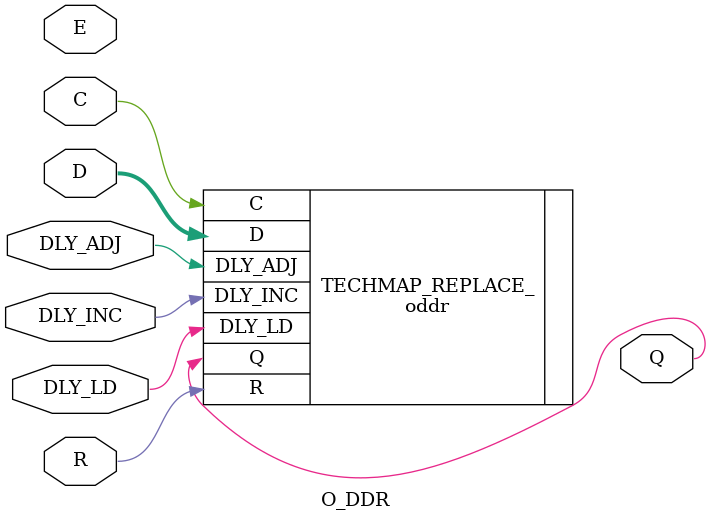
<source format=sv>



module CLK_BUF (
    input  logic I,             
    output logic O              
    );

    clkbuf _TECHMAP_REPLACE_ (.I(I), .O(O));

endmodule


// ---------------------------------------- 

module I_BUF#(
    parameter PULL_UP_DOWN = "NONE",
    parameter SLEW_RATE = "SLOW",
    parameter REG_EN = "TRUE",
    parameter DELAY = 0
    )(
        input  logic I, 
        input  logic C,            
        output logic O             
    );

    ibuf #(.PULL_UP_DOWN(PULL_UP_DOWN ), .SLEW_RATE(SLEW_RATE), .DELAY(DELAY),.REG_EN(REG_EN)) 
    TECHMAP_REPLACE_ (.I(I),.C(C),.O(O));

endmodule 


// ---------------------------------------- 

module I_BUF_DS  #(
        parameter SLEW_RATE = 1,
        parameter DELAY = 0
    )( 
        input  logic OE,
        input  logic I_N,
        input  logic I_P,             
        output logic O    
    );
    
    obuftds #(.SLEW_RATE(SLEW_RATE), .DELAY(DELAY)) 
    TECHMAP_REPLACE_ (.OE(OE), .I(I), .O_N(O_N), .O_P(O_P), .C(C));
    
endmodule


// ---------------------------------------- 

module I_DDR #(
        parameter SLEW_RATE = "SLOW",
        parameter DELAY = 0
    )(
        input  logic D, 
        input  logic R,
        input  logic DLY_ADJ,
        input  logic DLY_LD,     
        input  logic DLY_INC,
        input  logic C,          
        output logic [1:0] Q              
    );

    iddr  #(.SLEW_RATE(SLEW_RATE), .DELAY(DELAY))  
    TECHMAP_REPLACE_(.D(D),.R(R),.C(C),.Q(Q),.DLY_LD(DLY_LD),.DLY_ADJ(DLY_ADJ),.DLY_INC(DLY_INC));

endmodule


// ---------------------------------------- 

module O_BUF#(
        parameter PULL_UP_DOWN = "NONE",
        parameter SLEW_RATE = "SLOW",
        parameter REG_EN = "TRUE",
        parameter DELAY = 00
    )(
        input  logic I,     
        input  logic C,    
        output logic O          
    );

    obuf #(.PULL_UP_DOWN(PULL_UP_DOWN ), .SLEW_RATE(SLEW_RATE), .DELAY(DELAY),.REG_EN(REG_EN)) 
    TECHMAP_REPLACE_ (.I(I),.C(C),.O(O));


endmodule


// ---------------------------------------- 

module O_BUFT_DS #(
        parameter SLEW_RATE = 1,
        parameter DELAY = 0
    )( 
        input  logic OE,
        input  logic I,       
        input  logic C,           
        output logic O_N,
        output logic O_P             
    );

    obuftds #(.SLEW_RATE(SLEW_RATE), .DELAY(DELAY)) 
    TECHMAP_REPLACE_ (.OE(OE), .I(I), .O_N(O_N), .O_P(O_P), .C(C));

endmodule


// ---------------------------------------- 

module O_BUFT#(
    parameter SLEW_RATE = 1,
    parameter DELAY = 0
  )(
    input  logic I,             
    input  logic OE,
    output logic O              
  );
    
  obuft #(.SLEW_RATE(SLEW_RATE), .DELAY(DELAY))
  TECHMAP_REPLACE_ (.I(I),.OE(OE),.O(O));

endmodule  


// ---------------------------------------- 

module O_DDR #(
    parameter SLEW_RATE = 1,
    parameter DELAY = 0
  )(
    input  logic [1:0] D,
    input  logic R,             
    input  logic E,
    input  logic DLY_ADJ,     
    input  logic DLY_LD,
    input  logic DLY_INC,                 
    input  logic C,                      
    output logic Q              
  );

  oddr #(.SLEW_RATE(SLEW_RATE), .DELAY(DELAY)) 
  TECHMAP_REPLACE_ (.D(D),.R(R),.C(C),.Q(Q),.DLY_ADJ(DLY_ADJ),.DLY_LD(DLY_LD),.DLY_INC(DLY_INC));
  

endmodule
</source>
